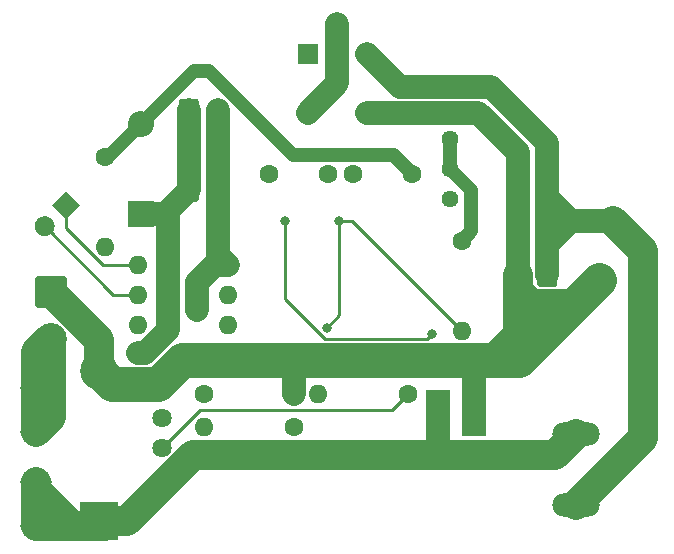
<source format=gbl>
G04 #@! TF.GenerationSoftware,KiCad,Pcbnew,(5.1.10)-1*
G04 #@! TF.CreationDate,2022-02-14T20:21:52+09:00*
G04 #@! TF.ProjectId,Integrated_Power_Board,496e7465-6772-4617-9465-645f506f7765,rev?*
G04 #@! TF.SameCoordinates,Original*
G04 #@! TF.FileFunction,Copper,L2,Bot*
G04 #@! TF.FilePolarity,Positive*
%FSLAX46Y46*%
G04 Gerber Fmt 4.6, Leading zero omitted, Abs format (unit mm)*
G04 Created by KiCad (PCBNEW (5.1.10)-1) date 2022-02-14 20:21:52*
%MOMM*%
%LPD*%
G01*
G04 APERTURE LIST*
G04 #@! TA.AperFunction,ComponentPad*
%ADD10C,0.100000*%
G04 #@! TD*
G04 #@! TA.AperFunction,ComponentPad*
%ADD11O,1.700000X2.000000*%
G04 #@! TD*
G04 #@! TA.AperFunction,ComponentPad*
%ADD12O,2.700000X1.500000*%
G04 #@! TD*
G04 #@! TA.AperFunction,ComponentPad*
%ADD13O,1.600000X1.600000*%
G04 #@! TD*
G04 #@! TA.AperFunction,SMDPad,CuDef*
%ADD14R,2.000000X4.000000*%
G04 #@! TD*
G04 #@! TA.AperFunction,ComponentPad*
%ADD15C,1.635000*%
G04 #@! TD*
G04 #@! TA.AperFunction,ComponentPad*
%ADD16C,1.600000*%
G04 #@! TD*
G04 #@! TA.AperFunction,ComponentPad*
%ADD17C,1.800000*%
G04 #@! TD*
G04 #@! TA.AperFunction,ComponentPad*
%ADD18R,1.800000X1.800000*%
G04 #@! TD*
G04 #@! TA.AperFunction,ComponentPad*
%ADD19O,4.000000X2.000000*%
G04 #@! TD*
G04 #@! TA.AperFunction,ComponentPad*
%ADD20C,1.440000*%
G04 #@! TD*
G04 #@! TA.AperFunction,ComponentPad*
%ADD21R,2.200000X2.200000*%
G04 #@! TD*
G04 #@! TA.AperFunction,ComponentPad*
%ADD22O,2.200000X2.200000*%
G04 #@! TD*
G04 #@! TA.AperFunction,ComponentPad*
%ADD23R,3.200000X3.200000*%
G04 #@! TD*
G04 #@! TA.AperFunction,ComponentPad*
%ADD24O,3.200000X3.200000*%
G04 #@! TD*
G04 #@! TA.AperFunction,ComponentPad*
%ADD25C,2.700000*%
G04 #@! TD*
G04 #@! TA.AperFunction,ViaPad*
%ADD26C,0.800000*%
G04 #@! TD*
G04 #@! TA.AperFunction,Conductor*
%ADD27C,2.500000*%
G04 #@! TD*
G04 #@! TA.AperFunction,Conductor*
%ADD28C,0.250000*%
G04 #@! TD*
G04 #@! TA.AperFunction,Conductor*
%ADD29C,2.000000*%
G04 #@! TD*
G04 #@! TA.AperFunction,Conductor*
%ADD30C,3.000000*%
G04 #@! TD*
G04 #@! TA.AperFunction,Conductor*
%ADD31C,1.200000*%
G04 #@! TD*
G04 APERTURE END LIST*
G04 #@! TA.AperFunction,ComponentPad*
G36*
G01*
X123967908Y-89714010D02*
X123967908Y-89714010D01*
G75*
G02*
X125169990Y-89714010I601041J-601041D01*
G01*
X125169990Y-89714010D01*
G75*
G02*
X125169990Y-90916092I-601041J-601041D01*
G01*
X125169990Y-90916092D01*
G75*
G02*
X123967908Y-90916092I-601041J601041D01*
G01*
X123967908Y-90916092D01*
G75*
G02*
X123967908Y-89714010I601041J601041D01*
G01*
G37*
G04 #@! TD.AperFunction*
G04 #@! TA.AperFunction,ComponentPad*
D10*
G36*
X125162918Y-88519000D02*
G01*
X126365000Y-87316918D01*
X127567082Y-88519000D01*
X126365000Y-89721082D01*
X125162918Y-88519000D01*
G37*
G04 #@! TD.AperFunction*
G04 #@! TA.AperFunction,ComponentPad*
G36*
G01*
X135929000Y-81268000D02*
X135929000Y-79768000D01*
G75*
G02*
X136179000Y-79518000I250000J0D01*
G01*
X137379000Y-79518000D01*
G75*
G02*
X137629000Y-79768000I0J-250000D01*
G01*
X137629000Y-81268000D01*
G75*
G02*
X137379000Y-81518000I-250000J0D01*
G01*
X136179000Y-81518000D01*
G75*
G02*
X135929000Y-81268000I0J250000D01*
G01*
G37*
G04 #@! TD.AperFunction*
D11*
X139279000Y-80518000D03*
D12*
X123825000Y-104005000D03*
X123825000Y-107705000D03*
X123825000Y-112005000D03*
X123825000Y-115705000D03*
D13*
X132461000Y-93599000D03*
X140081000Y-98679000D03*
X132461000Y-96139000D03*
X140081000Y-96139000D03*
X132461000Y-98679000D03*
X140081000Y-93599000D03*
X132461000Y-101219000D03*
D14*
X160909000Y-106144000D03*
X157861000Y-106144000D03*
D15*
X134493000Y-106553000D03*
X134493000Y-109093000D03*
D16*
X138049000Y-104521000D03*
D13*
X145669000Y-104521000D03*
D17*
X149352000Y-73232000D03*
X149352000Y-78232000D03*
X151852000Y-80732000D03*
X146852000Y-80732000D03*
X151852000Y-75732000D03*
D18*
X146852000Y-75732000D03*
D16*
X155703000Y-85909000D03*
X150703000Y-85909000D03*
X143591000Y-85909000D03*
X148591000Y-85909000D03*
X137501000Y-97409000D03*
X135001000Y-97409000D03*
D19*
X169545000Y-107950000D03*
X169545000Y-113950000D03*
D20*
X158877000Y-82931000D03*
X158877000Y-85471000D03*
X158877000Y-88011000D03*
D16*
X172720000Y-89916000D03*
X171520000Y-94916000D03*
D13*
X129667000Y-92075000D03*
D16*
X129667000Y-84455000D03*
X159893000Y-91567000D03*
D13*
X159893000Y-99187000D03*
D16*
X155321000Y-104521000D03*
D13*
X147701000Y-104521000D03*
D16*
X145669000Y-107315000D03*
D13*
X138049000Y-107315000D03*
G04 #@! TA.AperFunction,ComponentPad*
G36*
G01*
X135929000Y-87999000D02*
X135929000Y-86499000D01*
G75*
G02*
X136179000Y-86249000I250000J0D01*
G01*
X137379000Y-86249000D01*
G75*
G02*
X137629000Y-86499000I0J-250000D01*
G01*
X137629000Y-87999000D01*
G75*
G02*
X137379000Y-88249000I-250000J0D01*
G01*
X136179000Y-88249000D01*
G75*
G02*
X135929000Y-87999000I0J250000D01*
G01*
G37*
G04 #@! TD.AperFunction*
D11*
X139279000Y-87249000D03*
X164632000Y-87884000D03*
G04 #@! TA.AperFunction,ComponentPad*
G36*
G01*
X167982000Y-87134000D02*
X167982000Y-88634000D01*
G75*
G02*
X167732000Y-88884000I-250000J0D01*
G01*
X166532000Y-88884000D01*
G75*
G02*
X166282000Y-88634000I0J250000D01*
G01*
X166282000Y-87134000D01*
G75*
G02*
X166532000Y-86884000I250000J0D01*
G01*
X167732000Y-86884000D01*
G75*
G02*
X167982000Y-87134000I0J-250000D01*
G01*
G37*
G04 #@! TD.AperFunction*
X164632000Y-94488000D03*
G04 #@! TA.AperFunction,ComponentPad*
G36*
G01*
X167982000Y-93738000D02*
X167982000Y-95238000D01*
G75*
G02*
X167732000Y-95488000I-250000J0D01*
G01*
X166532000Y-95488000D01*
G75*
G02*
X166282000Y-95238000I0J250000D01*
G01*
X166282000Y-93738000D01*
G75*
G02*
X166532000Y-93488000I250000J0D01*
G01*
X167732000Y-93488000D01*
G75*
G02*
X167982000Y-93738000I0J-250000D01*
G01*
G37*
G04 #@! TD.AperFunction*
D21*
X132715000Y-89281000D03*
D22*
X132715000Y-81661000D03*
D23*
X129159000Y-115316000D03*
D24*
X129159000Y-102616000D03*
G04 #@! TA.AperFunction,ComponentPad*
G36*
G01*
X123995001Y-94535000D02*
X126194999Y-94535000D01*
G75*
G02*
X126445000Y-94785001I0J-250001D01*
G01*
X126445000Y-96984999D01*
G75*
G02*
X126194999Y-97235000I-250001J0D01*
G01*
X123995001Y-97235000D01*
G75*
G02*
X123745000Y-96984999I0J250001D01*
G01*
X123745000Y-94785001D01*
G75*
G02*
X123995001Y-94535000I250001J0D01*
G01*
G37*
G04 #@! TD.AperFunction*
D25*
X125095000Y-99845000D03*
D26*
X158282000Y-80732000D03*
X164632000Y-84074000D03*
X149520000Y-89891000D03*
X148463000Y-98933000D03*
X175260000Y-97028000D03*
X175260000Y-107696000D03*
X158704010Y-78531990D03*
X165735000Y-81915000D03*
X157353000Y-99441000D03*
X144940000Y-89891000D03*
X164603346Y-109716654D03*
X154443346Y-109716654D03*
X142759346Y-109716654D03*
X133693804Y-113119804D03*
D27*
X125095000Y-99845000D02*
X124945000Y-99845000D01*
D28*
X123825000Y-101115000D02*
X125095000Y-99845000D01*
D27*
X123825000Y-104005000D02*
X123825000Y-107705000D01*
X124945000Y-99845000D02*
X123825000Y-100965000D01*
D28*
X123825000Y-104005000D02*
X123825000Y-101115000D01*
D27*
X123825000Y-100965000D02*
X123825000Y-104005000D01*
X125095000Y-106435000D02*
X123825000Y-107705000D01*
X125095000Y-99845000D02*
X125095000Y-106435000D01*
X125095000Y-95885000D02*
X127889000Y-98679000D01*
D29*
X164632000Y-94488000D02*
X164632000Y-87884000D01*
X164632000Y-95388626D02*
X164632000Y-94488000D01*
X165931384Y-96688010D02*
X164632000Y-95388626D01*
X169747990Y-96688010D02*
X165931384Y-96688010D01*
X171520000Y-94916000D02*
X169747990Y-96688010D01*
X151852000Y-80732000D02*
X156776737Y-80732000D01*
X164632000Y-87884000D02*
X164632000Y-84074000D01*
X161290000Y-80732000D02*
X158282000Y-80732000D01*
X164632000Y-84074000D02*
X161290000Y-80732000D01*
X158282000Y-80732000D02*
X156776737Y-80732000D01*
X164632000Y-84074000D02*
X164632000Y-84074000D01*
X171520000Y-94916000D02*
X165476000Y-100960000D01*
D27*
X129159000Y-99949000D02*
X127889000Y-98679000D01*
X129159000Y-102616000D02*
X129159000Y-99949000D01*
X158425000Y-101457002D02*
X158404999Y-101437001D01*
X164632000Y-99528000D02*
X162722999Y-101437001D01*
X164632000Y-94488000D02*
X164632000Y-99528000D01*
X162722999Y-101437001D02*
X164998999Y-101437001D01*
X164632000Y-98133840D02*
X164848840Y-97917000D01*
X164632000Y-99528000D02*
X164632000Y-98133840D01*
X166243000Y-97917000D02*
X167381000Y-99055000D01*
X164848840Y-97917000D02*
X166243000Y-97917000D01*
X167381000Y-99055000D02*
X171520000Y-94916000D01*
X164998999Y-101437001D02*
X167381000Y-99055000D01*
X130012001Y-103469001D02*
X129159000Y-102616000D01*
D29*
X160909000Y-101909002D02*
X160436999Y-101437001D01*
X160909000Y-106144000D02*
X160909000Y-101909002D01*
D27*
X160436999Y-101437001D02*
X162722999Y-101437001D01*
X158404999Y-101437001D02*
X160436999Y-101437001D01*
D29*
X145669000Y-101655002D02*
X145450999Y-101437001D01*
X145669000Y-104521000D02*
X145669000Y-101655002D01*
D27*
X145450999Y-101437001D02*
X137866998Y-101437001D01*
X158404999Y-101437001D02*
X145450999Y-101437001D01*
D30*
X130262001Y-103719001D02*
X129159000Y-102616000D01*
X134199391Y-103719001D02*
X130262001Y-103719001D01*
X136231391Y-101687001D02*
X134199391Y-103719001D01*
X164748999Y-101687001D02*
X136231391Y-101687001D01*
X171520000Y-94916000D02*
X164748999Y-101687001D01*
D29*
X149352000Y-73232000D02*
X149352000Y-78232000D01*
X149352000Y-78232000D02*
X146852000Y-80732000D01*
X139279000Y-80518000D02*
X139279000Y-87249000D01*
X139279000Y-87249000D02*
X139279000Y-92797000D01*
X137501000Y-97409000D02*
X137501000Y-95047630D01*
X137501000Y-95047630D02*
X138949630Y-93599000D01*
X138949630Y-93599000D02*
X140081000Y-93599000D01*
X139279000Y-92797000D02*
X140081000Y-93599000D01*
D28*
X150597000Y-89891000D02*
X149520000Y-89891000D01*
X159893000Y-99187000D02*
X150597000Y-89891000D01*
X149520000Y-97876000D02*
X149520000Y-89891000D01*
X148463000Y-98933000D02*
X149520000Y-97876000D01*
D31*
X137222976Y-77153024D02*
X132715000Y-81661000D01*
X138459622Y-77153024D02*
X137222976Y-77153024D01*
X154102999Y-84308999D02*
X145615597Y-84308999D01*
X145615597Y-84308999D02*
X138459622Y-77153024D01*
X155703000Y-85909000D02*
X154102999Y-84308999D01*
X129921000Y-84455000D02*
X132715000Y-81661000D01*
X129667000Y-84455000D02*
X129921000Y-84455000D01*
D29*
X167132000Y-87272717D02*
X167132000Y-87884000D01*
X154651990Y-78531990D02*
X157688010Y-78531990D01*
X151852000Y-75732000D02*
X154651990Y-78531990D01*
X167132000Y-87884000D02*
X167132000Y-94488000D01*
D27*
X175260000Y-92456000D02*
X172720000Y-89916000D01*
X175260000Y-108235000D02*
X175260000Y-107696000D01*
X169545000Y-113950000D02*
X175260000Y-108235000D01*
D29*
X169164000Y-89916000D02*
X167132000Y-87884000D01*
X172720000Y-89916000D02*
X169164000Y-89916000D01*
X167132000Y-91948000D02*
X169164000Y-89916000D01*
X167132000Y-94488000D02*
X167132000Y-91948000D01*
D27*
X175260000Y-97028000D02*
X175260000Y-92456000D01*
X175260000Y-107696000D02*
X175260000Y-97028000D01*
D29*
X157688010Y-78531990D02*
X158391273Y-78531990D01*
X167132000Y-83312000D02*
X167132000Y-87884000D01*
X162351990Y-78531990D02*
X165735000Y-81915000D01*
X157688010Y-78531990D02*
X158704010Y-78531990D01*
X158704010Y-78531990D02*
X162351990Y-78531990D01*
X165735000Y-81915000D02*
X167132000Y-83312000D01*
X136779000Y-87249000D02*
X136779000Y-80518000D01*
X135001000Y-89027000D02*
X136779000Y-87249000D01*
X135001000Y-97409000D02*
X135001000Y-89027000D01*
X134747000Y-89281000D02*
X136779000Y-87249000D01*
X132715000Y-89281000D02*
X134747000Y-89281000D01*
X135001000Y-99099002D02*
X133081011Y-101018991D01*
X133081011Y-101018991D02*
X132461000Y-101018991D01*
X135001000Y-97409000D02*
X135001000Y-99099002D01*
D28*
X130392898Y-96139000D02*
X132461000Y-96139000D01*
X124568949Y-90315051D02*
X130392898Y-96139000D01*
X129525998Y-93599000D02*
X132461000Y-93599000D01*
X126365000Y-90438002D02*
X129525998Y-93599000D01*
X126365000Y-88519000D02*
X126365000Y-90438002D01*
D31*
X158877000Y-82931000D02*
X158877000Y-85471000D01*
X160692999Y-90767001D02*
X160692999Y-87286999D01*
X160692999Y-87286999D02*
X158877000Y-85471000D01*
X159893000Y-91567000D02*
X160692999Y-90767001D01*
D28*
X144940000Y-96483002D02*
X144940000Y-89891000D01*
X148297997Y-99840999D02*
X144940000Y-96483002D01*
X156953001Y-99840999D02*
X148297997Y-99840999D01*
X157353000Y-99441000D02*
X156953001Y-99840999D01*
X153995990Y-105846010D02*
X155321000Y-104521000D01*
X137739990Y-105846010D02*
X153995990Y-105846010D01*
X134493000Y-109093000D02*
X137739990Y-105846010D01*
D27*
X167778346Y-109716654D02*
X169545000Y-107950000D01*
X131497607Y-115316000D02*
X130048000Y-115316000D01*
X129659000Y-115705000D02*
X130048000Y-115316000D01*
X123825000Y-112005000D02*
X123825000Y-115705000D01*
X123825000Y-112649000D02*
X126881000Y-115705000D01*
X123825000Y-112005000D02*
X123825000Y-112649000D01*
X126881000Y-115705000D02*
X129659000Y-115705000D01*
X123825000Y-115705000D02*
X126881000Y-115705000D01*
D29*
X157861000Y-109347000D02*
X158230654Y-109716654D01*
X157861000Y-106144000D02*
X157861000Y-109347000D01*
D27*
X158230654Y-109716654D02*
X167778346Y-109716654D01*
X155436654Y-109716654D02*
X158230654Y-109716654D01*
X145299346Y-109716654D02*
X155436654Y-109716654D01*
X137096953Y-109716654D02*
X145299346Y-109716654D01*
X131497607Y-115316000D02*
X137096953Y-109716654D01*
M02*

</source>
